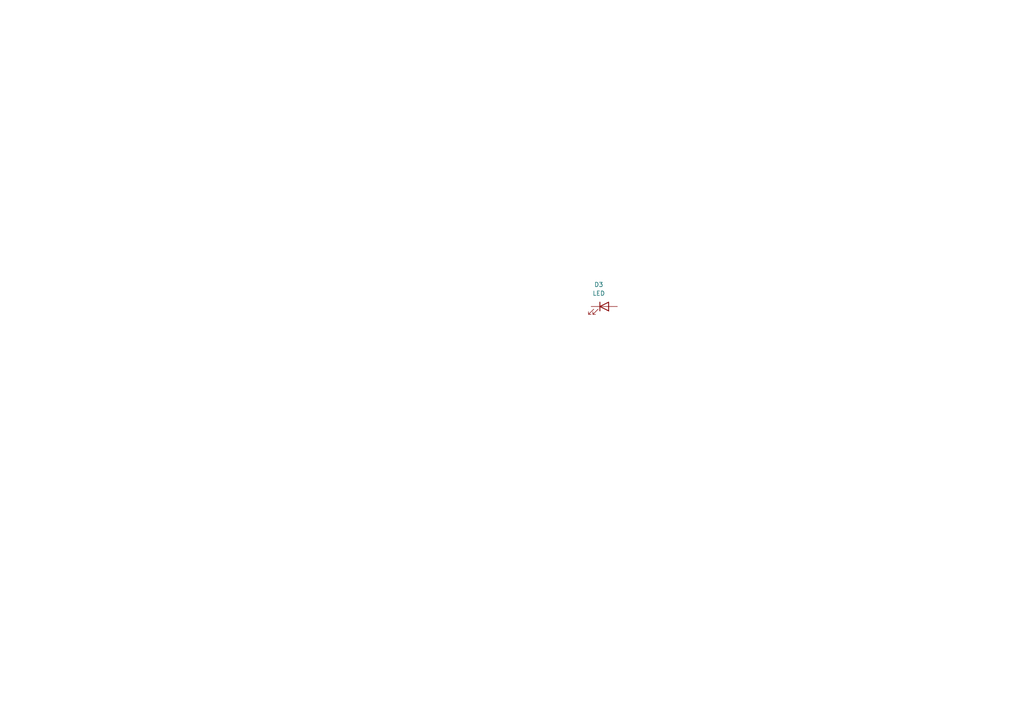
<source format=kicad_sch>
(kicad_sch (version 20250114) (generator "eeschema") (generator_version "9.0")
  (paper "A4")
  (lib_symbols
    (symbol "Device:LED" (pin_numbers (hide yes)) (pin_names (offset 1.016) (hide yes))
      (property "Reference" "D" (at 0 2.54 0))
      (property "Value" "LED" (at 0 -2.54 0))
      (symbol "LED_0_1"
        (polyline (pts (xy -3.048 -0.762) (xy -4.572 -2.286) (xy -3.81 -2.286) (xy -4.572 -2.286) (xy -4.572 -1.524)))
        (polyline (pts (xy -1.778 -0.762) (xy -3.302 -2.286) (xy -2.54 -2.286) (xy -3.302 -2.286) (xy -3.302 -1.524)))
        (polyline (pts (xy -1.27 0) (xy 1.27 0)))
        (polyline (pts (xy -1.27 -1.27) (xy -1.27 1.27)) (stroke (width 0.254)))
        (polyline (pts (xy 1.27 -1.27) (xy 1.27 1.27) (xy -1.27 0) (xy 1.27 -1.27)) (stroke (width 0.254)))
      )
      (symbol "LED_1_1"
        (pin passive line (at -3.81 0 0) (length 2.54) (name "K") (number "1"))
        (pin passive line (at 3.81 0 180) (length 2.54) (name "A") (number "2"))
      )
    )
  )
  (symbol (lib_id "Device:LED") (at 175.26 88.9 0) (unit 1)
    (property "Reference" "D" (at 173.6725 82.55 0))
    (property "Value" "LED" (at 173.6725 85.09 0))
    (property "Description" "Light emitting diode" (effects (hide yes)))
    (property "Sim.Pins" "1=K 2=A" (effects (hide yes)))
    (instances (project "TestProj" (path "" (reference "D3") (unit 1))))
  )
)
</source>
